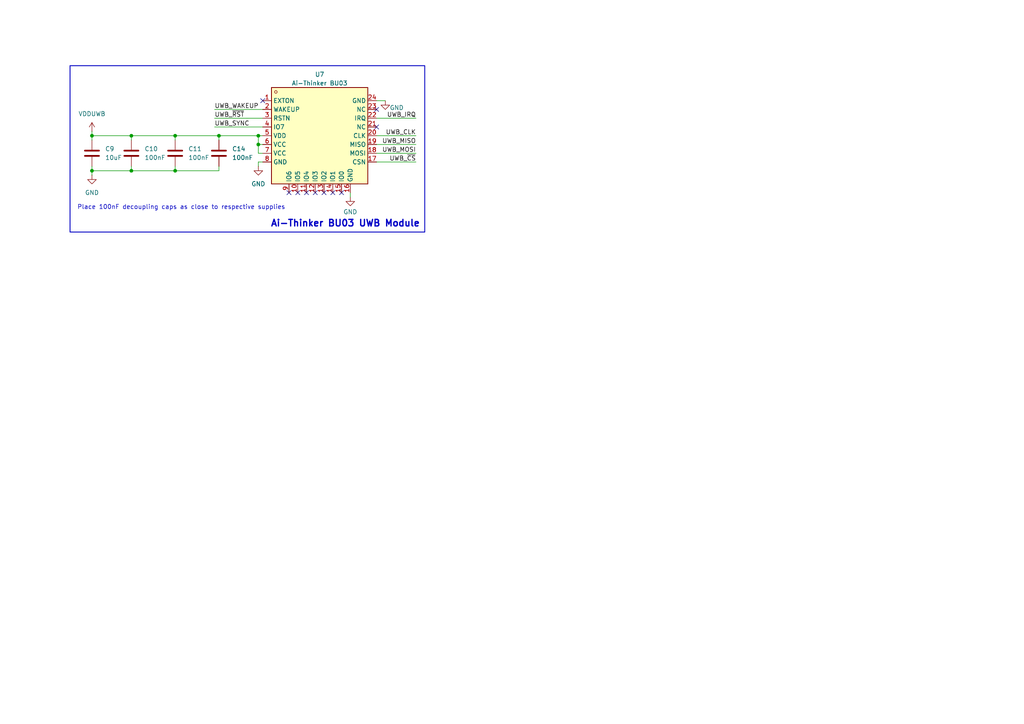
<source format=kicad_sch>
(kicad_sch (version 20250114) (generator "eeschema") (generator_version "9.0")
  (paper "A4")
  (lib_symbols
    (symbol "Device:C" (pin_numbers (hide yes)) (pin_names (offset 0.254))
      (property "Reference" "C" (at 0.635 2.54 0))
      (property "Value" "C" (at 0.635 -2.54 0))
      (symbol "C_0_1"
        (polyline (pts (xy -2.032 0.762) (xy 2.032 0.762)) (stroke (width 0.508)))
        (polyline (pts (xy -2.032 -0.762) (xy 2.032 -0.762)) (stroke (width 0.508)))
      )
      (symbol "C_1_1"
        (pin passive line (at 0 3.81 270) (length 2.794) (name "~") (number "1"))
        (pin passive line (at 0 -3.81 90) (length 2.794) (name "~") (number "2"))
      )
    )
    (symbol "TuftTrack:Ai-Thinker_BU03"
      (property "Reference" "U" (at 0 18.288 0))
      (property "Value" "Ai-Thinker BU03" (at 0 15.748 0))
      (symbol "Ai-Thinker_BU03_0_1"
        (rectangle (start -13.97 13.97) (end 13.97 -13.97) (stroke (width 0.254)) (fill (type background)))
        (circle (center -12.7 12.7) (radius 0.38))
        (pin unspecified line (at -16.51 10.16 0) (length 2.54) (name "EXTON") (number "1"))
        (pin unspecified line (at -16.51 7.62 0) (length 2.54) (name "WAKEUP") (number "2"))
        (pin unspecified line (at -16.51 5.08 0) (length 2.54) (name "RSTN") (number "3"))
        (pin unspecified line (at -16.51 2.54 0) (length 2.54) (name "IO7") (number "4"))
        (pin unspecified line (at -16.51 0 0) (length 2.54) (name "VDD") (number "5"))
        (pin unspecified line (at -16.51 -2.54 0) (length 2.54) (name "VCC") (number "6"))
        (pin unspecified line (at -16.51 -5.08 0) (length 2.54) (name "VCC") (number "7"))
        (pin unspecified line (at -16.51 -7.62 0) (length 2.54) (name "GND") (number "8"))
        (pin unspecified line (at -8.89 -16.51 90) (length 2.54) (name "IO6") (number "9"))
        (pin unspecified line (at -6.35 -16.51 90) (length 2.54) (name "IO5") (number "10"))
        (pin unspecified line (at -3.81 -16.51 90) (length 2.54) (name "IO4") (number "11"))
        (pin unspecified line (at -1.27 -16.51 90) (length 2.54) (name "IO3") (number "12"))
        (pin unspecified line (at 1.27 -16.51 90) (length 2.54) (name "IO2") (number "13"))
        (pin unspecified line (at 3.81 -16.51 90) (length 2.54) (name "IO1") (number "14"))
        (pin unspecified line (at 6.35 -16.51 90) (length 2.54) (name "IO0") (number "15"))
        (pin unspecified line (at 8.89 -16.51 90) (length 2.54) (name "GND") (number "16"))
        (pin unspecified line (at 16.51 10.16 180) (length 2.54) (name "GND") (number "24"))
        (pin unspecified line (at 16.51 7.62 180) (length 2.54) (name "NC") (number "23"))
        (pin unspecified line (at 16.51 5.08 180) (length 2.54) (name "IRQ") (number "22"))
        (pin unspecified line (at 16.51 2.54 180) (length 2.54) (name "NC") (number "21"))
        (pin unspecified line (at 16.51 0 180) (length 2.54) (name "CLK") (number "20"))
        (pin unspecified line (at 16.51 -2.54 180) (length 2.54) (name "MISO") (number "19"))
        (pin unspecified line (at 16.51 -5.08 180) (length 2.54) (name "MOSI") (number "18"))
        (pin unspecified line (at 16.51 -7.62 180) (length 2.54) (name "CSN") (number "17"))
      )
    )
    (symbol "TuftTrack:VDDUWB" (power) (pin_numbers (hide yes)) (pin_names (offset 0) (hide yes))
      (property "Value" "VDDUWB" (at 0 3.556 0))
      (symbol "VDDUWB_0_1"
        (polyline (pts (xy -0.762 1.27) (xy 0 2.54)))
        (polyline (pts (xy 0 2.54) (xy 0.762 1.27)))
        (polyline (pts (xy 0 0) (xy 0 2.54)))
      )
      (symbol "VDDUWB_1_1"
        (pin power_in line (at 0 0 90) (length 0) (name "~") (number "1"))
      )
    )
    (symbol "power:GND" (power) (pin_numbers (hide yes)) (pin_names (offset 0) (hide yes))
      (property "Value" "GND" (at 0 -3.81 0))
      (symbol "GND_0_1"
        (polyline (pts (xy 0 0) (xy 0 -1.27) (xy 1.27 -1.27) (xy 0 -2.54) (xy -1.27 -1.27) (xy 0 -1.27)))
      )
      (symbol "GND_1_1"
        (pin power_in line (at 0 0 270) (length 0) (name "~") (number "1"))
      )
    )
  )
  (rectangle (start 20.32 19.05) (end 123.19 67.31) (stroke (width 0.254)))
  (text "Ai-Thinker BU03 UWB Module" (at 121.92 66.04 0) (effects (font (size 1.905 1.905) (thickness 0.381) (bold yes)) (justify right bottom)))
  (text "Place 100nF decoupling caps as close to respective supplies" (at 52.578 60.198 0) (effects (font (size 1.27 1.27))))
  (junction (at 74.93 39.37))
  (junction (at 38.1 39.37))
  (junction (at 74.93 41.91))
  (junction (at 50.8 49.53))
  (junction (at 26.67 49.53))
  (junction (at 63.5 39.37))
  (junction (at 50.8 39.37))
  (junction (at 38.1 49.53))
  (junction (at 26.67 39.37))
  (no_connect (at 91.44 55.88))
  (no_connect (at 88.9 55.88))
  (no_connect (at 109.22 36.83))
  (no_connect (at 109.22 31.75))
  (no_connect (at 99.06 55.88))
  (no_connect (at 83.82 55.88))
  (no_connect (at 76.2 29.21))
  (no_connect (at 96.52 55.88))
  (no_connect (at 86.36 55.88))
  (no_connect (at 93.98 55.88))
  (wire (pts (xy 63.5 48.26) (xy 63.5 49.53)))
  (wire (pts (xy 50.8 48.26) (xy 50.8 49.53)))
  (wire (pts (xy 38.1 39.37) (xy 50.8 39.37)))
  (wire (pts (xy 74.93 48.26) (xy 74.93 46.99)))
  (wire (pts (xy 74.93 39.37) (xy 74.93 41.91)))
  (wire (pts (xy 74.93 41.91) (xy 74.93 44.45)))
  (wire (pts (xy 26.67 39.37) (xy 26.67 40.64)))
  (wire (pts (xy 50.8 39.37) (xy 50.8 40.64)))
  (wire (pts (xy 38.1 39.37) (xy 38.1 40.64)))
  (wire (pts (xy 62.23 34.29) (xy 76.2 34.29)))
  (wire (pts (xy 74.93 44.45) (xy 76.2 44.45)))
  (wire (pts (xy 120.65 39.37) (xy 109.22 39.37)))
  (wire (pts (xy 111.76 29.21) (xy 109.22 29.21)))
  (wire (pts (xy 50.8 39.37) (xy 63.5 39.37)))
  (wire (pts (xy 62.23 31.75) (xy 76.2 31.75)))
  (wire (pts (xy 26.67 48.26) (xy 26.67 49.53)))
  (wire (pts (xy 26.67 39.37) (xy 38.1 39.37)))
  (wire (pts (xy 120.65 46.99) (xy 109.22 46.99)))
  (wire (pts (xy 50.8 49.53) (xy 38.1 49.53)))
  (wire (pts (xy 26.67 38.1) (xy 26.67 39.37)))
  (wire (pts (xy 74.93 46.99) (xy 76.2 46.99)))
  (wire (pts (xy 120.65 41.91) (xy 109.22 41.91)))
  (wire (pts (xy 26.67 49.53) (xy 26.67 50.8)))
  (wire (pts (xy 76.2 39.37) (xy 74.93 39.37)))
  (wire (pts (xy 120.65 34.29) (xy 109.22 34.29)))
  (wire (pts (xy 63.5 49.53) (xy 50.8 49.53)))
  (wire (pts (xy 74.93 41.91) (xy 76.2 41.91)))
  (wire (pts (xy 101.6 55.88) (xy 101.6 57.15)))
  (wire (pts (xy 38.1 49.53) (xy 26.67 49.53)))
  (wire (pts (xy 38.1 48.26) (xy 38.1 49.53)))
  (wire (pts (xy 63.5 39.37) (xy 74.93 39.37)))
  (wire (pts (xy 62.23 36.83) (xy 76.2 36.83)))
  (wire (pts (xy 63.5 39.37) (xy 63.5 40.64)))
  (wire (pts (xy 120.65 44.45) (xy 109.22 44.45)))
  (label "UWB_IRQ" (at 120.65 34.29 180))
  (label "UWB_SYNC" (at 62.23 36.83 0))
  (label "UWB_~{RST}" (at 62.23 34.29 0))
  (label "UWB_~{CS}" (at 120.65 46.99 180))
  (label "UWB_CLK" (at 120.65 39.37 180))
  (label "UWB_MISO" (at 120.65 41.91 180))
  (label "UWB_WAKEUP" (at 62.23 31.75 0))
  (label "UWB_MOSI" (at 120.65 44.45 180))
  (symbol (lib_id "TuftTrack:Ai-Thinker_BU03") (at 92.71 39.37 0) (unit 1)
    (property "Reference" "U7" (at 92.71 21.59 0))
    (property "Value" "Ai-Thinker BU03" (at 92.71 24.13 0))
    (property "Footprint" "easyeda2kicad:WIRELM-SMD_BU03" (effects (hide yes)))
    (property "LCSC Part" "C42419011" (effects (hide yes)))
  )
  (symbol (lib_id "Device:C") (at 50.8 44.45 0) (unit 1)
    (property "Reference" "C11" (at 54.61 43.1799 0) (effects (justify left)))
    (property "Value" "100nF" (at 54.61 45.7199 0) (effects (justify left)))
    (property "Description" "Unpolarized capacitor" (effects (hide yes)))
  )
  (symbol (lib_id "power:GND") (at 74.93 48.26 0) (unit 1)
    (property "Reference" "#PWR017" (effects (hide yes)))
    (property "Value" "GND" (at 74.93 53.34 0))
    (property "Description" "Power symbol creates a global label with name \"GND\" , ground" (effects (hide yes)))
  )
  (symbol (lib_id "Device:C") (at 38.1 44.45 0) (unit 1)
    (property "Reference" "C10" (at 41.91 43.1799 0) (effects (justify left)))
    (property "Value" "100nF" (at 41.91 45.7199 0) (effects (justify left)))
    (property "Description" "Unpolarized capacitor" (effects (hide yes)))
  )
  (symbol (lib_id "power:GND") (at 26.67 50.8 0) (unit 1)
    (property "Reference" "#PWR018" (effects (hide yes)))
    (property "Value" "GND" (at 26.67 55.88 0))
    (property "Description" "Power symbol creates a global label with name \"GND\" , ground" (effects (hide yes)))
  )
  (symbol (lib_id "Device:C") (at 26.67 44.45 0) (unit 1)
    (property "Reference" "C9" (at 30.48 43.1799 0) (effects (justify left)))
    (property "Value" "10uF" (at 30.48 45.7199 0) (effects (justify left)))
    (property "Description" "Unpolarized capacitor" (effects (hide yes)))
  )
  (symbol (lib_id "TuftTrack:VDDUWB") (at 26.67 38.1 0) (unit 1)
    (property "Reference" "#PWR021" (effects (hide yes)))
    (property "Value" "VDDUWB" (at 26.67 33.02 0))
    (property "Description" "Power symbol creates a global label with name \"VDDUWB\"" (effects (hide yes)))
  )
  (symbol (lib_id "power:GND") (at 111.76 29.21 0) (mirror y) (unit 1)
    (property "Reference" "#PWR020" (effects (hide yes)))
    (property "Value" "GND" (at 115.062 31.242 0))
    (property "Description" "Power symbol creates a global label with name \"GND\" , ground" (effects (hide yes)))
  )
  (symbol (lib_id "power:GND") (at 101.6 57.15 0) (unit 1)
    (property "Reference" "#PWR019" (effects (hide yes)))
    (property "Value" "GND" (at 101.6 61.468 0))
    (property "Description" "Power symbol creates a global label with name \"GND\" , ground" (effects (hide yes)))
  )
  (symbol (lib_id "Device:C") (at 63.5 44.45 0) (unit 1)
    (property "Reference" "C14" (at 67.31 43.1799 0) (effects (justify left)))
    (property "Value" "100nF" (at 67.31 45.7199 0) (effects (justify left)))
    (property "Description" "Unpolarized capacitor" (effects (hide yes)))
  )
)
</source>
